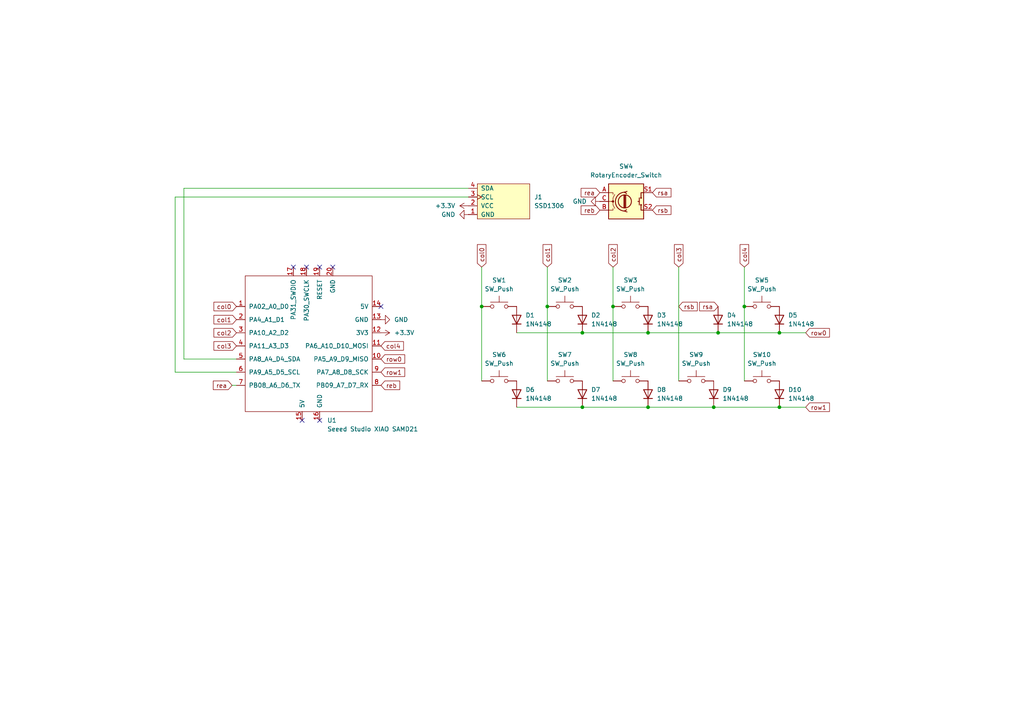
<source format=kicad_sch>
(kicad_sch (version 20231120) (generator "eeschema") (generator_version "8.0")
  (paper "A4")
  (title_block (title "yumekey") (date "2024-10-08") (rev "1"))
  (lib_symbols
    (symbol "Device:RotaryEncoder_Switch" (pin_names (offset 0.254) hide)
      (property "Reference" "SW" (at 0 6.604 0))
      (property "Value" "RotaryEncoder_Switch" (at 0 -6.604 0))
      (symbol "RotaryEncoder_Switch_0_1"
        (rectangle (start -5.08 5.08) (end 5.08 -5.08) (stroke (width 0.254)) (fill (type background)))
        (circle (center -3.81 0) (radius 0.254) (fill (type outline)))
        (circle (center -0.381 0) (radius 1.905) (stroke (width 0.254)))
        (arc (start -0.381 2.667) (mid -3.0988 -0.0635) (end -0.381 -2.794) (stroke (width 0.254)))
        (polyline (pts (xy -0.635 -1.778) (xy -0.635 1.778)) (stroke (width 0.254)))
        (polyline (pts (xy -0.381 -1.778) (xy -0.381 1.778)) (stroke (width 0.254)))
        (polyline (pts (xy -0.127 1.778) (xy -0.127 -1.778)) (stroke (width 0.254)))
        (polyline (pts (xy 3.81 0) (xy 3.429 0)) (stroke (width 0.254)))
        (polyline (pts (xy 3.81 1.016) (xy 3.81 -1.016)) (stroke (width 0.254)))
        (polyline (pts (xy -5.08 -2.54) (xy -3.81 -2.54) (xy -3.81 -2.032)))
        (polyline (pts (xy -5.08 2.54) (xy -3.81 2.54) (xy -3.81 2.032)))
        (polyline (pts (xy 0.254 -3.048) (xy -0.508 -2.794) (xy 0.127 -2.413)) (stroke (width 0.254)))
        (polyline (pts (xy 0.254 2.921) (xy -0.508 2.667) (xy 0.127 2.286)) (stroke (width 0.254)))
        (polyline (pts (xy 5.08 -2.54) (xy 4.318 -2.54) (xy 4.318 -1.016)) (stroke (width 0.254)))
        (polyline (pts (xy 5.08 2.54) (xy 4.318 2.54) (xy 4.318 1.016)) (stroke (width 0.254)))
        (polyline (pts (xy -5.08 0) (xy -3.81 0) (xy -3.81 -1.016) (xy -3.302 -2.032)))
        (polyline (pts (xy -4.318 0) (xy -3.81 0) (xy -3.81 1.016) (xy -3.302 2.032)))
        (circle (center 4.318 -1.016) (radius 0.127) (stroke (width 0.254)))
        (circle (center 4.318 1.016) (radius 0.127) (stroke (width 0.254)))
      )
      (symbol "RotaryEncoder_Switch_1_1"
        (pin passive line (at -7.62 2.54 0) (length 2.54) (name "A") (number "A"))
        (pin passive line (at -7.62 -2.54 0) (length 2.54) (name "B") (number "B"))
        (pin passive line (at -7.62 0 0) (length 2.54) (name "C") (number "C"))
        (pin passive line (at 7.62 2.54 180) (length 2.54) (name "S1") (number "S1"))
        (pin passive line (at 7.62 -2.54 180) (length 2.54) (name "S2") (number "S2"))
      )
    )
    (symbol "Diode:1N4148" (pin_numbers hide) (pin_names hide)
      (property "Reference" "D" (at 0 2.54 0))
      (property "Value" "1N4148" (at 0 -2.54 0))
      (symbol "1N4148_0_1"
        (polyline (pts (xy -1.27 1.27) (xy -1.27 -1.27)) (stroke (width 0.254)))
        (polyline (pts (xy 1.27 0) (xy -1.27 0)))
        (polyline (pts (xy 1.27 1.27) (xy 1.27 -1.27) (xy -1.27 0) (xy 1.27 1.27)) (stroke (width 0.254)))
      )
      (symbol "1N4148_1_1"
        (pin passive line (at -3.81 0 0) (length 2.54) (name "K") (number "1"))
        (pin passive line (at 3.81 0 180) (length 2.54) (name "A") (number "2"))
      )
    )
    (symbol "ScottoKeebs:OLED_128x32" (pin_names (offset 1.016))
      (property "Reference" "J" (at 0 -6.35 0))
      (property "Value" "OLED_128x32" (at 0 6.35 0))
      (symbol "OLED_128x32_0_1"
        (rectangle (start 0 5.08) (end 15.24 -5.08) (fill (type background)))
      )
      (symbol "OLED_128x32_1_1"
        (pin power_in line (at -2.54 -3.81 0) (length 2.54) (name "GND") (number "1"))
        (pin power_in line (at -2.54 -1.27 0) (length 2.54) (name "VCC") (number "2"))
        (pin input clock (at -2.54 1.27 0) (length 2.54) (name "SCL") (number "3"))
        (pin bidirectional line (at -2.54 3.81 0) (length 2.54) (name "SDA") (number "4"))
      )
    )
    (symbol "Switch:SW_Push" (pin_numbers hide) (pin_names (offset 1.016) hide)
      (property "Reference" "SW" (at 1.27 2.54 0))
      (property "Value" "SW_Push" (at 0 -1.524 0))
      (symbol "SW_Push_0_1"
        (circle (center -2.032 0) (radius 0.508))
        (polyline (pts (xy 0 1.27) (xy 0 3.048)))
        (polyline (pts (xy 2.54 1.27) (xy -2.54 1.27)))
        (circle (center 2.032 0) (radius 0.508))
        (pin passive line (at -5.08 0 0) (length 2.54) (name "1") (number "1"))
        (pin passive line (at 5.08 0 180) (length 2.54) (name "2") (number "2"))
      )
    )
    (symbol "User_Symbols:Seeed Studio XIAO SAMD21" (pin_names (offset 1.016))
      (property "Reference" "U" (at -19.05 22.86 0))
      (property "Value" "Seeed Studio XIAO SAMD21" (at -12.7 21.59 0))
      (symbol "Seeed Studio XIAO SAMD21_0_1"
        (rectangle (start -19.05 20.32) (end 17.78 -19.05))
      )
      (symbol "Seeed Studio XIAO SAMD21_1_1"
        (pin unspecified line (at -21.59 11.43 0) (length 2.54) (name "PA02_A0_D0") (number "1"))
        (pin unspecified line (at 20.32 -3.81 180) (length 2.54) (name "PA5_A9_D9_MISO") (number "10"))
        (pin unspecified line (at 20.32 0 180) (length 2.54) (name "PA6_A10_D10_MOSI") (number "11"))
        (pin unspecified line (at 20.32 3.81 180) (length 2.54) (name "3V3") (number "12"))
        (pin unspecified line (at 20.32 7.62 180) (length 2.54) (name "GND") (number "13"))
        (pin unspecified line (at 20.32 11.43 180) (length 2.54) (name "5V") (number "14"))
        (pin input line (at -2.54 -21.59 90) (length 2.54) (name "5V") (number "15"))
        (pin input line (at 2.54 -21.59 90) (length 2.54) (name "GND") (number "16"))
        (pin input line (at -5.08 22.86 270) (length 2.54) (name "PA31_SWDIO") (number "17"))
        (pin input line (at -1.27 22.86 270) (length 2.54) (name "PA30_SWCLK") (number "18"))
        (pin input line (at 2.54 22.86 270) (length 2.54) (name "RESET") (number "19"))
        (pin unspecified line (at -21.59 7.62 0) (length 2.54) (name "PA4_A1_D1") (number "2"))
        (pin input line (at 6.35 22.86 270) (length 2.54) (name "GND") (number "20"))
        (pin unspecified line (at -21.59 3.81 0) (length 2.54) (name "PA10_A2_D2") (number "3"))
        (pin unspecified line (at -21.59 0 0) (length 2.54) (name "PA11_A3_D3") (number "4"))
        (pin unspecified line (at -21.59 -3.81 0) (length 2.54) (name "PA8_A4_D4_SDA") (number "5"))
        (pin unspecified line (at -21.59 -7.62 0) (length 2.54) (name "PA9_A5_D5_SCL") (number "6"))
        (pin unspecified line (at -21.59 -11.43 0) (length 2.54) (name "PB08_A6_D6_TX") (number "7"))
        (pin unspecified line (at 20.32 -11.43 180) (length 2.54) (name "PB09_A7_D7_RX") (number "8"))
        (pin unspecified line (at 20.32 -7.62 180) (length 2.54) (name "PA7_A8_D8_SCK") (number "9"))
      )
    )
    (symbol "power:+3.3V" (power) (pin_numbers hide) (pin_names (offset 0) hide)
      (property "Value" "+3.3V" (at 0 3.556 0))
      (symbol "+3.3V_0_1"
        (polyline (pts (xy -0.762 1.27) (xy 0 2.54)))
        (polyline (pts (xy 0 0) (xy 0 2.54)))
        (polyline (pts (xy 0 2.54) (xy 0.762 1.27)))
      )
      (symbol "+3.3V_1_1"
        (pin power_in line (at 0 0 90) (length 0) (name "~") (number "1"))
      )
    )
    (symbol "power:GND" (power) (pin_numbers hide) (pin_names (offset 0) hide)
      (property "Value" "GND" (at 0 -3.81 0))
      (symbol "GND_0_1"
        (polyline (pts (xy 0 0) (xy 0 -1.27) (xy 1.27 -1.27) (xy 0 -2.54) (xy -1.27 -1.27) (xy 0 -1.27)))
      )
      (symbol "GND_1_1"
        (pin power_in line (at 0 0 270) (length 0) (name "~") (number "1"))
      )
    )
  )
  (junction (at 158.75 88.9))
  (junction (at 208.28 96.52))
  (junction (at 168.91 118.11))
  (junction (at 187.96 96.52))
  (junction (at 177.8 88.9))
  (junction (at 139.7 88.9))
  (junction (at 207.01 118.11))
  (junction (at 168.91 96.52))
  (junction (at 226.06 96.52))
  (junction (at 187.96 118.11))
  (junction (at 226.06 118.11))
  (junction (at 215.9 88.9))
  (no_connect (at 85.09 77.47))
  (no_connect (at 92.71 77.47))
  (no_connect (at 92.71 121.92))
  (no_connect (at 96.52 77.47))
  (no_connect (at 110.49 88.9))
  (no_connect (at 87.63 121.92))
  (no_connect (at 88.9 77.47))
  (wire (pts (xy 177.8 77.47) (xy 177.8 88.9)))
  (wire (pts (xy 196.85 77.47) (xy 196.85 110.49)))
  (wire (pts (xy 226.06 118.11) (xy 233.68 118.11)))
  (wire (pts (xy 53.34 54.61) (xy 135.89 54.61)))
  (wire (pts (xy 208.28 96.52) (xy 226.06 96.52)))
  (wire (pts (xy 139.7 88.9) (xy 139.7 110.49)))
  (wire (pts (xy 158.75 77.47) (xy 158.75 88.9)))
  (wire (pts (xy 226.06 96.52) (xy 233.68 96.52)))
  (wire (pts (xy 177.8 88.9) (xy 177.8 110.49)))
  (wire (pts (xy 53.34 104.14) (xy 53.34 54.61)))
  (wire (pts (xy 53.34 104.14) (xy 68.58 104.14)))
  (wire (pts (xy 215.9 88.9) (xy 215.9 110.49)))
  (wire (pts (xy 67.31 111.76) (xy 68.58 111.76)))
  (wire (pts (xy 187.96 118.11) (xy 207.01 118.11)))
  (wire (pts (xy 187.96 96.52) (xy 208.28 96.52)))
  (wire (pts (xy 50.8 107.95) (xy 50.8 57.15)))
  (wire (pts (xy 207.01 118.11) (xy 226.06 118.11)))
  (wire (pts (xy 158.75 88.9) (xy 158.75 110.49)))
  (wire (pts (xy 168.91 96.52) (xy 187.96 96.52)))
  (wire (pts (xy 50.8 107.95) (xy 68.58 107.95)))
  (wire (pts (xy 50.8 57.15) (xy 135.89 57.15)))
  (wire (pts (xy 149.86 96.52) (xy 168.91 96.52)))
  (wire (pts (xy 139.7 77.47) (xy 139.7 88.9)))
  (wire (pts (xy 168.91 118.11) (xy 187.96 118.11)))
  (wire (pts (xy 215.9 77.47) (xy 215.9 88.9)))
  (wire (pts (xy 149.86 118.11) (xy 168.91 118.11)))
  (global_label "rea" (shape input) (at 173.99 55.88 180) (property "Intersheetrefs" "${INTERSHEET_REFS}" (effects (hide yes))))
  (global_label "col2" (shape input) (at 177.8 77.47 90) (property "Intersheetrefs" "${INTERSHEET_REFS}" (effects (hide yes))))
  (global_label "rsa" (shape input) (at 208.28 88.9 180) (property "Intersheetrefs" "${INTERSHEET_REFS}" (effects (hide yes))))
  (global_label "rsb" (shape input) (at 196.85 88.9 0) (property "Intersheetrefs" "${INTERSHEET_REFS}" (effects (hide yes))))
  (global_label "rsa" (shape input) (at 189.23 55.88 0) (property "Intersheetrefs" "${INTERSHEET_REFS}" (effects (hide yes))))
  (global_label "reb" (shape input) (at 173.99 60.96 180) (property "Intersheetrefs" "${INTERSHEET_REFS}" (effects (hide yes))))
  (global_label "col4" (shape input) (at 110.49 100.33 0) (property "Intersheetrefs" "${INTERSHEET_REFS}" (effects (hide yes))))
  (global_label "rsb" (shape input) (at 189.23 60.96 0) (property "Intersheetrefs" "${INTERSHEET_REFS}" (effects (hide yes))))
  (global_label "row1" (shape input) (at 110.49 107.95 0) (property "Intersheetrefs" "${INTERSHEET_REFS}" (effects (hide yes))))
  (global_label "col0" (shape input) (at 139.7 77.47 90) (property "Intersheetrefs" "${INTERSHEET_REFS}" (effects (hide yes))))
  (global_label "col2" (shape input) (at 68.58 96.52 180) (property "Intersheetrefs" "${INTERSHEET_REFS}" (effects (hide yes))))
  (global_label "col3" (shape input) (at 196.85 77.47 90) (property "Intersheetrefs" "${INTERSHEET_REFS}" (effects (hide yes))))
  (global_label "col3" (shape input) (at 68.58 100.33 180) (property "Intersheetrefs" "${INTERSHEET_REFS}" (effects (hide yes))))
  (global_label "col1" (shape input) (at 158.75 77.47 90) (property "Intersheetrefs" "${INTERSHEET_REFS}" (effects (hide yes))))
  (global_label "col4" (shape input) (at 215.9 77.47 90) (property "Intersheetrefs" "${INTERSHEET_REFS}" (effects (hide yes))))
  (global_label "row0" (shape input) (at 233.68 96.52 0) (property "Intersheetrefs" "${INTERSHEET_REFS}" (effects (hide yes))))
  (global_label "col0" (shape input) (at 68.58 88.9 180) (property "Intersheetrefs" "${INTERSHEET_REFS}" (effects (hide yes))))
  (global_label "col1" (shape input) (at 68.58 92.71 180) (property "Intersheetrefs" "${INTERSHEET_REFS}" (effects (hide yes))))
  (global_label "rea" (shape input) (at 67.31 111.76 180) (property "Intersheetrefs" "${INTERSHEET_REFS}" (effects (hide yes))))
  (global_label "row1" (shape input) (at 233.68 118.11 0) (property "Intersheetrefs" "${INTERSHEET_REFS}" (effects (hide yes))))
  (global_label "row0" (shape input) (at 110.49 104.14 0) (property "Intersheetrefs" "${INTERSHEET_REFS}" (effects (hide yes))))
  (global_label "reb" (shape input) (at 110.49 111.76 0) (property "Intersheetrefs" "${INTERSHEET_REFS}" (effects (hide yes))))
  (symbol (lib_id "Switch:SW_Push") (at 182.88 88.9 0) (unit 1)
    (property "Reference" "SW3" (at 182.88 81.28 0))
    (property "Value" "SW_Push" (at 182.88 83.82 0))
    (property "Footprint" "ScottoKeebs_MX:MX_PCB_1.00u" (effects (hide yes)))
    (property "Description" "Push button switch, generic, two pins" (effects (hide yes)))
  )
  (symbol (lib_id "ScottoKeebs:OLED_128x32") (at 138.43 58.42 0) (unit 1)
    (property "Reference" "J1" (at 154.94 57.1499 0) (effects (justify left)))
    (property "Value" "SSD1306" (at 154.94 59.6899 0) (effects (justify left)))
    (property "Footprint" "ScottoKeebs_Components:OLED_128x32" (effects (hide yes)))
  )
  (symbol (lib_id "Switch:SW_Push") (at 144.78 110.49 0) (unit 1)
    (property "Reference" "SW6" (at 144.78 102.87 0))
    (property "Value" "SW_Push" (at 144.78 105.41 0))
    (property "Footprint" "ScottoKeebs_MX:MX_PCB_1.00u" (effects (hide yes)))
    (property "Description" "Push button switch, generic, two pins" (effects (hide yes)))
  )
  (symbol (lib_id "Diode:1N4148") (at 168.91 92.71 90) (unit 1)
    (property "Reference" "D2" (at 171.45 91.4399 90) (effects (justify right)))
    (property "Value" "1N4148" (at 171.45 93.9799 90) (effects (justify right)))
    (property "Footprint" "Diode_THT:D_DO-35_SOD27_P7.62mm_Horizontal" (effects (hide yes)))
    (property "Datasheet" "https://assets.nexperia.com/documents/data-sheet/1N4148_1N4448.pdf" (effects (hide yes)))
    (property "Description" "100V 0.15A standard switching diode, DO-35" (effects (hide yes)))
    (property "Sim.Device" "D" (effects (hide yes)))
    (property "Sim.Pins" "1=K 2=A" (effects (hide yes)))
  )
  (symbol (lib_id "Diode:1N4148") (at 149.86 92.71 90) (unit 1)
    (property "Reference" "D1" (at 152.4 91.4399 90) (effects (justify right)))
    (property "Value" "1N4148" (at 152.4 93.9799 90) (effects (justify right)))
    (property "Footprint" "Diode_THT:D_DO-35_SOD27_P7.62mm_Horizontal" (effects (hide yes)))
    (property "Datasheet" "https://assets.nexperia.com/documents/data-sheet/1N4148_1N4448.pdf" (effects (hide yes)))
    (property "Description" "100V 0.15A standard switching diode, DO-35" (effects (hide yes)))
    (property "Sim.Device" "D" (effects (hide yes)))
    (property "Sim.Pins" "1=K 2=A" (effects (hide yes)))
  )
  (symbol (lib_id "Switch:SW_Push") (at 163.83 110.49 0) (unit 1)
    (property "Reference" "SW7" (at 163.83 102.87 0))
    (property "Value" "SW_Push" (at 163.83 105.41 0))
    (property "Footprint" "ScottoKeebs_MX:MX_PCB_1.00u" (effects (hide yes)))
    (property "Description" "Push button switch, generic, two pins" (effects (hide yes)))
  )
  (symbol (lib_id "power:GND") (at 135.89 62.23 270) (unit 1)
    (property "Reference" "#PWR02" (effects (hide yes)))
    (property "Value" "GND" (at 132.08 62.2299 90) (effects (justify right)))
    (property "Description" "Power symbol creates a global label with name \"GND\" , ground" (effects (hide yes)))
  )
  (symbol (lib_id "Diode:1N4148") (at 208.28 92.71 90) (unit 1)
    (property "Reference" "D4" (at 210.82 91.4399 90) (effects (justify right)))
    (property "Value" "1N4148" (at 210.82 93.9799 90) (effects (justify right)))
    (property "Footprint" "Diode_THT:D_DO-35_SOD27_P7.62mm_Horizontal" (effects (hide yes)))
    (property "Datasheet" "https://assets.nexperia.com/documents/data-sheet/1N4148_1N4448.pdf" (effects (hide yes)))
    (property "Description" "100V 0.15A standard switching diode, DO-35" (effects (hide yes)))
    (property "Sim.Device" "D" (effects (hide yes)))
    (property "Sim.Pins" "1=K 2=A" (effects (hide yes)))
  )
  (symbol (lib_id "User_Symbols:Seeed Studio XIAO SAMD21") (at 90.17 100.33 0) (unit 1)
    (property "Reference" "U1" (at 94.9041 121.92 0) (effects (justify left)))
    (property "Value" "Seeed Studio XIAO SAMD21" (at 94.9041 124.46 0) (effects (justify left)))
    (property "Footprint" "User_Footprints:XIAO-SAMD21-RP2040-14P-2.54-21X17.8MM (Seeeduino XIAO)" (effects (hide yes)))
  )
  (symbol (lib_id "Diode:1N4148") (at 168.91 114.3 90) (unit 1)
    (property "Reference" "D7" (at 171.45 113.0299 90) (effects (justify right)))
    (property "Value" "1N4148" (at 171.45 115.5699 90) (effects (justify right)))
    (property "Footprint" "Diode_THT:D_DO-35_SOD27_P7.62mm_Horizontal" (effects (hide yes)))
    (property "Datasheet" "https://assets.nexperia.com/documents/data-sheet/1N4148_1N4448.pdf" (effects (hide yes)))
    (property "Description" "100V 0.15A standard switching diode, DO-35" (effects (hide yes)))
    (property "Sim.Device" "D" (effects (hide yes)))
    (property "Sim.Pins" "1=K 2=A" (effects (hide yes)))
  )
  (symbol (lib_id "Switch:SW_Push") (at 201.93 110.49 0) (unit 1)
    (property "Reference" "SW9" (at 201.93 102.87 0))
    (property "Value" "SW_Push" (at 201.93 105.41 0))
    (property "Footprint" "ScottoKeebs_MX:MX_PCB_1.00u" (effects (hide yes)))
    (property "Description" "Push button switch, generic, two pins" (effects (hide yes)))
  )
  (symbol (lib_id "power:+3.3V") (at 110.49 96.52 270) (unit 1)
    (property "Reference" "#PWR05" (effects (hide yes)))
    (property "Value" "+3.3V" (at 114.3 96.5199 90) (effects (justify left)))
    (property "Description" "Power symbol creates a global label with name \"+3.3V\"" (effects (hide yes)))
  )
  (symbol (lib_id "Diode:1N4148") (at 207.01 114.3 90) (unit 1)
    (property "Reference" "D9" (at 209.55 113.0299 90) (effects (justify right)))
    (property "Value" "1N4148" (at 209.55 115.5699 90) (effects (justify right)))
    (property "Footprint" "Diode_THT:D_DO-35_SOD27_P7.62mm_Horizontal" (effects (hide yes)))
    (property "Datasheet" "https://assets.nexperia.com/documents/data-sheet/1N4148_1N4448.pdf" (effects (hide yes)))
    (property "Description" "100V 0.15A standard switching diode, DO-35" (effects (hide yes)))
    (property "Sim.Device" "D" (effects (hide yes)))
    (property "Sim.Pins" "1=K 2=A" (effects (hide yes)))
  )
  (symbol (lib_id "power:GND") (at 173.99 58.42 270) (unit 1)
    (property "Reference" "#PWR010" (effects (hide yes)))
    (property "Value" "GND" (at 170.18 58.4199 90) (effects (justify right)))
    (property "Description" "Power symbol creates a global label with name \"GND\" , ground" (effects (hide yes)))
  )
  (symbol (lib_id "Switch:SW_Push") (at 220.98 88.9 0) (unit 1)
    (property "Reference" "SW5" (at 220.98 81.28 0))
    (property "Value" "SW_Push" (at 220.98 83.82 0))
    (property "Footprint" "ScottoKeebs_MX:MX_PCB_1.00u" (effects (hide yes)))
    (property "Description" "Push button switch, generic, two pins" (effects (hide yes)))
  )
  (symbol (lib_id "Diode:1N4148") (at 187.96 92.71 90) (unit 1)
    (property "Reference" "D3" (at 190.5 91.4399 90) (effects (justify right)))
    (property "Value" "1N4148" (at 190.5 93.9799 90) (effects (justify right)))
    (property "Footprint" "Diode_THT:D_DO-35_SOD27_P7.62mm_Horizontal" (effects (hide yes)))
    (property "Datasheet" "https://assets.nexperia.com/documents/data-sheet/1N4148_1N4448.pdf" (effects (hide yes)))
    (property "Description" "100V 0.15A standard switching diode, DO-35" (effects (hide yes)))
    (property "Sim.Device" "D" (effects (hide yes)))
    (property "Sim.Pins" "1=K 2=A" (effects (hide yes)))
  )
  (symbol (lib_id "Diode:1N4148") (at 187.96 114.3 90) (unit 1)
    (property "Reference" "D8" (at 190.5 113.0299 90) (effects (justify right)))
    (property "Value" "1N4148" (at 190.5 115.5699 90) (effects (justify right)))
    (property "Footprint" "Diode_THT:D_DO-35_SOD27_P7.62mm_Horizontal" (effects (hide yes)))
    (property "Datasheet" "https://assets.nexperia.com/documents/data-sheet/1N4148_1N4448.pdf" (effects (hide yes)))
    (property "Description" "100V 0.15A standard switching diode, DO-35" (effects (hide yes)))
    (property "Sim.Device" "D" (effects (hide yes)))
    (property "Sim.Pins" "1=K 2=A" (effects (hide yes)))
  )
  (symbol (lib_id "Switch:SW_Push") (at 182.88 110.49 0) (unit 1)
    (property "Reference" "SW8" (at 182.88 102.87 0))
    (property "Value" "SW_Push" (at 182.88 105.41 0))
    (property "Footprint" "ScottoKeebs_MX:MX_PCB_1.00u" (effects (hide yes)))
    (property "Description" "Push button switch, generic, two pins" (effects (hide yes)))
  )
  (symbol (lib_id "Switch:SW_Push") (at 220.98 110.49 0) (unit 1)
    (property "Reference" "SW10" (at 220.98 102.87 0))
    (property "Value" "SW_Push" (at 220.98 105.41 0))
    (property "Footprint" "ScottoKeebs_MX:MX_PCB_1.00u" (effects (hide yes)))
    (property "Description" "Push button switch, generic, two pins" (effects (hide yes)))
  )
  (symbol (lib_id "power:GND") (at 110.49 92.71 90) (unit 1)
    (property "Reference" "#PWR01" (effects (hide yes)))
    (property "Value" "GND" (at 114.3 92.7099 90) (effects (justify right)))
    (property "Description" "Power symbol creates a global label with name \"GND\" , ground" (effects (hide yes)))
  )
  (symbol (lib_id "Device:RotaryEncoder_Switch") (at 181.61 58.42 0) (unit 1)
    (property "Reference" "SW4" (at 181.61 48.26 0))
    (property "Value" "RotaryEncoder_Switch" (at 181.61 50.8 0))
    (property "Footprint" "Rotary_Encoder:RotaryEncoder_Alps_EC11E-Switch_Vertical_H20mm" (effects (hide yes)))
    (property "Description" "Rotary encoder, dual channel, incremental quadrate outputs, with switch" (effects (hide yes)))
  )
  (symbol (lib_id "Switch:SW_Push") (at 163.83 88.9 0) (unit 1)
    (property "Reference" "SW2" (at 163.83 81.28 0))
    (property "Value" "SW_Push" (at 163.83 83.82 0))
    (property "Footprint" "ScottoKeebs_MX:MX_PCB_1.00u" (effects (hide yes)))
    (property "Description" "Push button switch, generic, two pins" (effects (hide yes)))
  )
  (symbol (lib_id "Diode:1N4148") (at 226.06 92.71 90) (unit 1)
    (property "Reference" "D5" (at 228.6 91.4399 90) (effects (justify right)))
    (property "Value" "1N4148" (at 228.6 93.9799 90) (effects (justify right)))
    (property "Footprint" "Diode_THT:D_DO-35_SOD27_P7.62mm_Horizontal" (effects (hide yes)))
    (property "Datasheet" "https://assets.nexperia.com/documents/data-sheet/1N4148_1N4448.pdf" (effects (hide yes)))
    (property "Description" "100V 0.15A standard switching diode, DO-35" (effects (hide yes)))
    (property "Sim.Device" "D" (effects (hide yes)))
    (property "Sim.Pins" "1=K 2=A" (effects (hide yes)))
  )
  (symbol (lib_id "power:+3.3V") (at 135.89 59.69 90) (unit 1)
    (property "Reference" "#PWR04" (effects (hide yes)))
    (property "Value" "+3.3V" (at 132.08 59.6899 90) (effects (justify left)))
    (property "Description" "Power symbol creates a global label with name \"+3.3V\"" (effects (hide yes)))
  )
  (symbol (lib_id "Switch:SW_Push") (at 144.78 88.9 0) (unit 1)
    (property "Reference" "SW1" (at 144.78 81.28 0))
    (property "Value" "SW_Push" (at 144.78 83.82 0))
    (property "Footprint" "ScottoKeebs_MX:MX_PCB_1.00u" (effects (hide yes)))
    (property "Description" "Push button switch, generic, two pins" (effects (hide yes)))
  )
  (symbol (lib_id "Diode:1N4148") (at 226.06 114.3 90) (unit 1)
    (property "Reference" "D10" (at 228.6 113.0299 90) (effects (justify right)))
    (property "Value" "1N4148" (at 228.6 115.5699 90) (effects (justify right)))
    (property "Footprint" "Diode_THT:D_DO-35_SOD27_P7.62mm_Horizontal" (effects (hide yes)))
    (property "Datasheet" "https://assets.nexperia.com/documents/data-sheet/1N4148_1N4448.pdf" (effects (hide yes)))
    (property "Description" "100V 0.15A standard switching diode, DO-35" (effects (hide yes)))
    (property "Sim.Device" "D" (effects (hide yes)))
    (property "Sim.Pins" "1=K 2=A" (effects (hide yes)))
  )
  (symbol (lib_id "Diode:1N4148") (at 149.86 114.3 90) (unit 1)
    (property "Reference" "D6" (at 152.4 113.0299 90) (effects (justify right)))
    (property "Value" "1N4148" (at 152.4 115.5699 90) (effects (justify right)))
    (property "Footprint" "Diode_THT:D_DO-35_SOD27_P7.62mm_Horizontal" (effects (hide yes)))
    (property "Datasheet" "https://assets.nexperia.com/documents/data-sheet/1N4148_1N4448.pdf" (effects (hide yes)))
    (property "Description" "100V 0.15A standard switching diode, DO-35" (effects (hide yes)))
    (property "Sim.Device" "D" (effects (hide yes)))
    (property "Sim.Pins" "1=K 2=A" (effects (hide yes)))
  )
)
</source>
